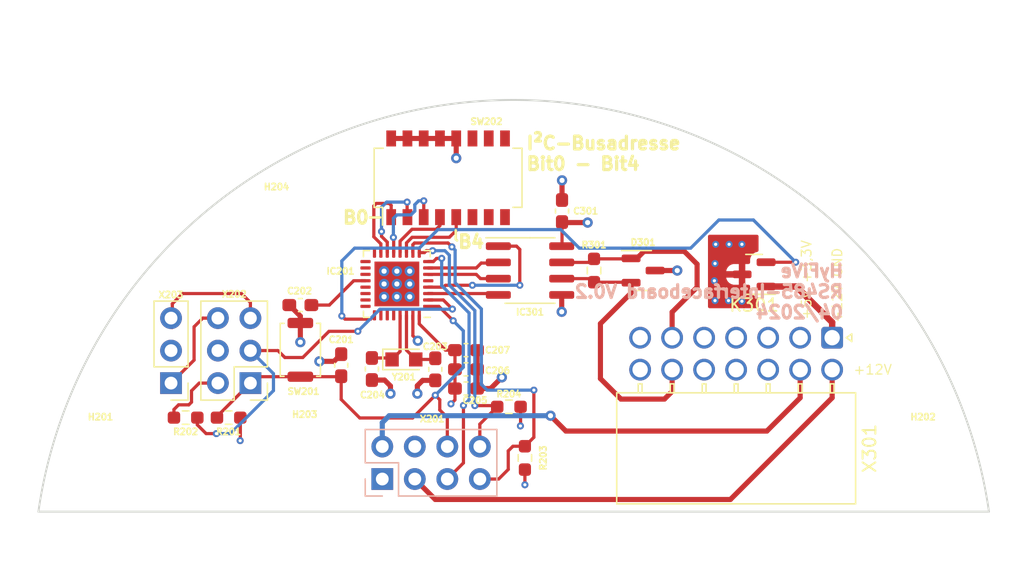
<source format=kicad_pcb>
(kicad_pcb (version 20211014) (generator pcbnew)
  (layers (0 "F.Cu" signal) (1 "In1.Cu" power "In1.GND") (2 "In2.Cu" power "In2.PWR") (31 "B.Cu" signal) (34 "B.Paste" user) (35 "F.Paste" user) (36 "B.SilkS" user "B.Silkscreen") (37 "F.SilkS" user "F.Silkscreen") (38 "B.Mask" user) (39 "F.Mask" user) (44 "Edge.Cuts" user))
  (net 0 "")
  (net 1 "/MCU/~{RST}{slash}SBWTDIO")
  (net 2 "GND")
  (net 3 "+3V3")
  (net 4 "/MCU/XIN")
  (net 5 "/MCU/XOUT")
  (net 6 "+5V")
  (net 7 "+12V")
  (net 8 "/MCU/GPIO_Reserve_B2B")
  (net 9 "/MCU/UCB0_SCL")
  (net 10 "/MCU/UCB0_SDA")
  (net 11 "/MCU/TEST_SBWTCK")
  (net 12 "/MCU/UCA0_TXD{slash}TCK")
  (net 13 "/MCU/UCA0_RXD{slash}TMS")
  (net 14 "/MCU/TDI")
  (net 15 "/MCU/UCA1_SPI_STE")
  (net 16 "/MCU/UCA1_SPI_CLK")
  (net 17 "/MCU/UCA1_SPI_MISO")
  (net 18 "/MCU/UCA1_SPI_MOSI")
  (net 19 "/MCU/UCB1_SDA")
  (net 20 "/MCU/UCB1_SCL")
  (net 21 "/MCU/ADDR_B4")
  (net 22 "/MCU/ADDR_B3")
  (net 23 "/MCU/ADDR_B2")
  (net 24 "/MCU/ADDR_B1")
  (net 25 "/MCU/ADDR_B0")
  (net 26 "Net-(C202-Pad1)")
  (net 27 "Net-(D301-Pad2)")
  (net 28 "Net-(D301-Pad1)")
  (net 29 "/MCU/Interface_~{RE}")
  (net 30 "/MCU/Interface_DE")
  (net 35 "Net-(R202-Pad1)")
  (net 42 "Net-(X202-Pad5)")
  (net 43 "Net-(X202-Pad6)")
  (net 49 "/MCU/Sensor_Lowside_Switch")
  (net 54 "Net-(X301-Pad1)")
  (footprint "Package_SO:SOIC-8_3.9x4.9mm_P1.27mm" (layer "F.Cu") (at 138.4 45.85)
    (fp_text reference "IC301" (at 0 3.25) (layer "F.SilkS") (effects (font (size 0.5 0.5))))
    (fp_text value "ADM3061")
    (pad "1" smd roundrect (at -2.475 -1.905) (size 1.95 0.6) (layers "F.Cu" "F.Paste" "F.Mask") (net 13 "/MCU/UCA0_RXD{slash}TMS"))
    (pad "2" smd roundrect (at -2.475 -0.635) (size 1.95 0.6) (layers "F.Cu" "F.Paste" "F.Mask") (net 29 "/MCU/Interface_~{RE}"))
    (pad "3" smd roundrect (at -2.475 0.635) (size 1.95 0.6) (layers "F.Cu" "F.Paste" "F.Mask") (net 30 "/MCU/Interface_DE"))
    (pad "4" smd roundrect (at -2.475 1.905) (size 1.95 0.6) (layers "F.Cu" "F.Paste" "F.Mask") (net 12 "/MCU/UCA0_TXD{slash}TCK"))
    (pad "5" smd roundrect (at 2.475 1.905) (size 1.95 0.6) (layers "F.Cu" "F.Paste" "F.Mask") (net 2 "GND"))
    (pad "6" smd roundrect (at 2.475 0.635) (size 1.95 0.6) (layers "F.Cu" "F.Paste" "F.Mask") (net 27 "Net-(D301-Pad2)"))
    (pad "7" smd roundrect (at 2.475 -0.635) (size 1.95 0.6) (layers "F.Cu" "F.Paste" "F.Mask") (net 28 "Net-(D301-Pad1)"))
    (pad "8" smd roundrect (at 2.475 -1.905) (size 1.95 0.6) (layers "F.Cu" "F.Paste" "F.Mask") (net 3 "+3V3"))
  )
  (footprint "Capacitor_SMD:C_0603_1608Metric_Pad1.08x0.95mm_HandSolder" (layer "F.Cu") (at 131 53.575 -90)
    (fp_text reference "C203" (at -1.775 0 180) (layer "F.SilkS") (effects (font (size 0.5 0.5))))
    (fp_text value "20pF")
    (pad "1" smd roundrect (at -0.8625 0 270) (size 1.075 0.95) (layers "F.Cu" "F.Paste" "F.Mask") (net 4 "/MCU/XIN"))
    (pad "2" smd roundrect (at 0.8625 0 270) (size 1.075 0.95) (layers "F.Cu" "F.Paste" "F.Mask") (net 2 "GND"))
  )
  (footprint "Capacitor_SMD:C_0603_1608Metric_Pad1.08x0.95mm_HandSolder" (layer "F.Cu") (at 140.9 41.2 90)
    (fp_text reference "C301" (at 0 1.85 180) (layer "F.SilkS") (effects (font (size 0.5 0.5))))
    (fp_text value "100nF")
    (pad "1" smd roundrect (at -0.8625 0 90) (size 1.075 0.95) (layers "F.Cu" "F.Paste" "F.Mask") (net 3 "+3V3"))
    (pad "2" smd roundrect (at 0.8625 0 90) (size 1.075 0.95) (layers "F.Cu" "F.Paste" "F.Mask") (net 2 "GND"))
  )
  (footprint "MountingHole:MountingHole_2.7mm_M2.5" (layer "F.Cu") (at 118.6 43.01)
    (fp_text reference "H204" (at 0 -3.7) (layer "F.SilkS") (effects (font (size 0.5 0.5))))
    (fp_text value "MountingHole")
    (pad "" np_thru_hole circle (at 0 0) (size 2.7 2.7) (drill 2.7) (layers *.Cu *.Mask))
  )
  (footprint "Capacitor_SMD:C_0603_1608Metric_Pad1.08x0.95mm_HandSolder" (layer "F.Cu") (at 133.4 52.075)
    (fp_text reference "C207" (at 2.4625 0) (layer "F.SilkS") (effects (font (size 0.5 0.5))))
    (fp_text value "4,7µF")
    (pad "1" smd roundrect (at -0.8625 0) (size 1.075 0.95) (layers "F.Cu" "F.Paste" "F.Mask") (net 3 "+3V3"))
    (pad "2" smd roundrect (at 0.8625 0) (size 1.075 0.95) (layers "F.Cu" "F.Paste" "F.Mask") (net 2 "GND"))
  )
  (footprint "Resistor_SMD:R_0603_1608Metric_Pad0.98x0.95mm_HandSolder" (layer "F.Cu") (at 136.75 56.5)
    (fp_text reference "R204" (at 0 -1) (layer "F.SilkS") (effects (font (size 0.5 0.5))))
    (fp_text value "10k NB")
    (pad "1" smd roundrect (at -0.9125 0) (size 0.975 0.95) (layers "F.Cu" "F.Paste" "F.Mask") (net 10 "/MCU/UCB0_SDA"))
    (pad "2" smd roundrect (at 0.9125 0) (size 0.975 0.95) (layers "F.Cu" "F.Paste" "F.Mask") (net 3 "+3V3"))
  )
  (footprint "Capacitor_SMD:C_0603_1608Metric_Pad1.08x0.95mm_HandSolder" (layer "F.Cu") (at 120.46 48.55 180)
    (fp_text reference "C202" (at 0.06 1.1) (layer "F.SilkS") (effects (font (size 0.5 0.5))))
    (fp_text value "1µF, <200m ESR")
    (pad "1" smd roundrect (at -0.8625 0 180) (size 1.075 0.95) (layers "F.Cu" "F.Paste" "F.Mask") (net 26 "Net-(C202-Pad1)"))
    (pad "2" smd roundrect (at 0.8625 0 180) (size 1.075 0.95) (layers "F.Cu" "F.Paste" "F.Mask") (net 2 "GND"))
  )
  (footprint "MountingHole:MountingHole_2.7mm_M2.5" (layer "F.Cu") (at 120.86 60.8)
    (fp_text reference "H203" (at -0.06 -3.7) (layer "F.SilkS") (effects (font (size 0.5 0.5))))
    (fp_text value "MountingHole")
    (pad "" np_thru_hole circle (at 0 0) (size 2.7 2.7) (drill 2.7) (layers *.Cu *.Mask))
  )
  (footprint "MountingHole:MountingHole_2.7mm_M2.5" (layer "F.Cu") (at 104.85 61)
    (fp_text reference "H201" (at 0 -3.7) (layer "F.SilkS") (effects (font (size 0.5 0.5))))
    (fp_text value "MountingHole")
    (pad "" np_thru_hole circle (at 0 0) (size 2.7 2.7) (drill 2.7) (layers *.Cu *.Mask))
  )
  (footprint "Resistor_SMD:R_0603_1608Metric_Pad0.98x0.95mm_HandSolder" (layer "F.Cu") (at 143.4 45.85 90)
    (fp_text reference "R301" (at 2 0 180) (layer "F.SilkS") (effects (font (size 0.5 0.5))))
    (fp_text value "120")
    (pad "1" smd roundrect (at -0.9125 0 90) (size 0.975 0.95) (layers "F.Cu" "F.Paste" "F.Mask") (net 27 "Net-(D301-Pad2)"))
    (pad "2" smd roundrect (at 0.9125 0 90) (size 0.975 0.95) (layers "F.Cu" "F.Paste" "F.Mask") (net 28 "Net-(D301-Pad1)"))
  )
  (footprint "MountingHole:MountingHole_2.7mm_M2.5" (layer "F.Cu") (at 169.1 61)
    (fp_text reference "H202" (at 0 -3.7) (layer "F.SilkS") (effects (font (size 0.5 0.5))))
    (fp_text value "MountingHole")
    (pad "" np_thru_hole circle (at 0 0) (size 2.7 2.7) (drill 2.7) (layers *.Cu *.Mask))
  )
  (footprint "Resistor_SMD:R_0603_1608Metric_Pad0.98x0.95mm_HandSolder" (layer "F.Cu") (at 138 60.5 -90)
    (fp_text reference "R203" (at 0 -1.43 90) (layer "F.SilkS") (effects (font (size 0.5 0.5))))
    (fp_text value "10k NB")
    (pad "1" smd roundrect (at -0.9125 0 270) (size 0.975 0.95) (layers "F.Cu" "F.Paste" "F.Mask") (net 9 "/MCU/UCB0_SCL"))
    (pad "2" smd roundrect (at 0.9125 0 270) (size 0.975 0.95) (layers "F.Cu" "F.Paste" "F.Mask") (net 3 "+3V3"))
  )
  (footprint "Capacitor_SMD:C_0603_1608Metric_Pad1.08x0.95mm_HandSolder" (layer "F.Cu") (at 133.4 55.075)
    (fp_text reference "C205" (at 0.7 0.925 180) (layer "F.SilkS") (effects (font (size 0.5 0.5))))
    (fp_text value "100nF")
    (pad "1" smd roundrect (at -0.8625 0) (size 1.075 0.95) (layers "F.Cu" "F.Paste" "F.Mask") (net 3 "+3V3"))
    (pad "2" smd roundrect (at 0.8625 0) (size 1.075 0.95) (layers "F.Cu" "F.Paste" "F.Mask") (net 2 "GND"))
  )
  (footprint "Button_Switch_SMD:SW_DIP_SPSTx08_Slide_Omron_A6H-8101_W6.15mm_P1.27mm" (layer "F.Cu") (at 132 38.6 90)
    (fp_text reference "SW202" (at 4.4 3 180) (layer "F.SilkS") (effects (font (size 0.5 0.5) (thickness 0.125))))
    (fp_text value "SW_DIP_x08")
    (pad "1" smd rect (at -3.075 -4.445 90) (size 1.25 0.76) (layers "F.Cu" "F.Paste" "F.Mask") (net 25 "/MCU/ADDR_B0"))
    (pad "2" smd rect (at -3.075 -3.175 90) (size 1.25 0.76) (layers "F.Cu" "F.Paste" "F.Mask") (net 24 "/MCU/ADDR_B1"))
    (pad "3" smd rect (at -3.075 -1.905 90) (size 1.25 0.76) (layers "F.Cu" "F.Paste" "F.Mask") (net 23 "/MCU/ADDR_B2"))
    (pad "4" smd rect (at -3.075 -0.635 90) (size 1.25 0.76) (layers "F.Cu" "F.Paste" "F.Mask") (net 22 "/MCU/ADDR_B3"))
    (pad "5" smd rect (at -3.075 0.635 90) (size 1.25 0.76) (layers "F.Cu" "F.Paste" "F.Mask") (net 21 "/MCU/ADDR_B4"))
    (pad "6" smd rect (at -3.075 1.905 90) (size 1.25 0.76) (layers "F.Cu" "F.Paste" "F.Mask"))
    (pad "7" smd rect (at -3.075 3.175 90) (size 1.25 0.76) (layers "F.Cu" "F.Paste" "F.Mask"))
    (pad "8" smd rect (at -3.075 4.445 90) (size 1.25 0.76) (layers "F.Cu" "F.Paste" "F.Mask"))
    (pad "9" smd rect (at 3.075 4.445 90) (size 1.25 0.76) (layers "F.Cu" "F.Paste" "F.Mask"))
    (pad "10" smd rect (at 3.075 3.175 90) (size 1.25 0.76) (layers "F.Cu" "F.Paste" "F.Mask"))
    (pad "11" smd rect (at 3.075 1.905 90) (size 1.25 0.76) (layers "F.Cu" "F.Paste" "F.Mask"))
    (pad "12" smd rect (at 3.075 0.635 90) (size 1.25 0.76) (layers "F.Cu" "F.Paste" "F.Mask") (net 2 "GND"))
    (pad "13" smd rect (at 3.075 -0.635 90) (size 1.25 0.76) (layers "F.Cu" "F.Paste" "F.Mask") (net 2 "GND"))
    (pad "14" smd rect (at 3.075 -1.905 90) (size 1.25 0.76) (layers "F.Cu" "F.Paste" "F.Mask") (net 2 "GND"))
    (pad "15" smd rect (at 3.075 -3.175 90) (size 1.25 0.76) (layers "F.Cu" "F.Paste" "F.Mask") (net 2 "GND"))
    (pad "16" smd rect (at 3.075 -4.445 90) (size 1.25 0.76) (layers "F.Cu" "F.Paste" "F.Mask") (net 2 "GND"))
  )
  (footprint "Crystal:Crystal_SMD_TXC_9HT11-2Pin_2.0x1.2mm_HandSoldering" (layer "F.Cu") (at 128.55 52.8)
    (fp_text reference "Y201" (at 0 1.375) (layer "F.SilkS") (effects (font (size 0.5 0.5) (thickness 0.125))))
    (fp_text value "9HT11-32.768KDZF-T ")
    (pad "1" smd rect (at -0.925 0) (size 1.05 1.1) (layers "F.Cu" "F.Paste" "F.Mask") (net 5 "/MCU/XOUT"))
    (pad "2" smd rect (at 0.925 0) (size 1.05 1.1) (layers "F.Cu" "F.Paste" "F.Mask") (net 4 "/MCU/XIN"))
  )
  (footprint "Resistor_SMD:R_0603_1608Metric_Pad0.98x0.95mm_HandSolder" (layer "F.Cu") (at 114.86 57.35 180)
    (fp_text reference locked "R201" (at 0 -1.1 180) (layer "F.SilkS") (effects (font (size 0.5 0.5) (thickness 0.125))))
    (fp_text value "47k")
    (pad "1" smd roundrect (at -0.9125 0 180) (size 0.975 0.95) (layers "F.Cu" "F.Paste" "F.Mask") (net 3 "+3V3"))
    (pad "2" smd roundrect (at 0.9125 0 180) (size 0.975 0.95) (layers "F.Cu" "F.Paste" "F.Mask") (net 1 "/MCU/~{RST}{slash}SBWTDIO"))
  )
  (footprint "Connector_PinHeader_2.54mm:PinHeader_1x03_P2.54mm_Vertical" (layer "F.Cu") (at 110.36 54.65 180)
    (fp_text reference "X203" (at 0.01 6.9) (layer "F.SilkS") (effects (font (size 0.5 0.5) (thickness 0.125))))
    (fp_text value "Conn_01x03")
    (pad "1" thru_hole rect (at 0 0 180) (size 1.7 1.7) (drill 1) (layers *.Cu *.Mask) (net 43 "Net-(X202-Pad6)"))
    (pad "2" thru_hole oval (at 0 2.54 180) (size 1.7 1.7) (drill 1) (layers *.Cu *.Mask) (net 3 "+3V3"))
    (pad "3" thru_hole oval (at 0 5.08 180) (size 1.7 1.7) (drill 1) (layers *.Cu *.Mask) (net 42 "Net-(X202-Pad5)"))
  )
  (footprint "Connector_Molex:Molex_Nano-Fit_105314-xx14_2x07_P2.50mm_Horizontal" (layer "F.Cu") (at 162 51.1 -90)
    (fp_text reference "X301" (at 8.65 -2.92 90) (layer "F.SilkS"))
    (fp_text value "Conn_02x07_Top_Bottom")
    (pad "" np_thru_hole circle (at 9.68 0 270) (size 1.7 1.7) (drill 1.7) (layers *.Cu *.Mask))
    (pad "" np_thru_hole circle (at 9.68 15 270) (size 1.7 1.7) (drill 1.7) (layers *.Cu *.Mask))
    (pad "1" thru_hole roundrect (at 0 0 270) (size 1.7 1.7) (drill 1.2) (layers *.Cu *.Mask) (roundrect_rratio 0.147059) (net 54 "Net-(X301-Pad1)"))
    (pad "2" thru_hole circle (at 0 2.5 270) (size 1.7 1.7) (drill 1.2) (layers *.Cu *.Mask) (net 3 "+3V3"))
    (pad "3" thru_hole circle (at 0 5 270) (size 1.7 1.7) (drill 1.2) (layers *.Cu *.Mask))
    (pad "4" thru_hole circle (at 0 7.5 270) (size 1.7 1.7) (drill 1.2) (layers *.Cu *.Mask))
    (pad "5" thru_hole circle (at 0 10 270) (size 1.7 1.7) (drill 1.2) (layers *.Cu *.Mask))
    (pad "6" thru_hole circle (at 0 12.5 270) (size 1.7 1.7) (drill 1.2) (layers *.Cu *.Mask) (net 28 "Net-(D301-Pad1)"))
    (pad "7" thru_hole circle (at 0 15 270) (size 1.7 1.7) (drill 1.2) (layers *.Cu *.Mask))
    (pad "8" thru_hole circle (at 2.5 0 270) (size 1.7 1.7) (drill 1.2) (layers *.Cu *.Mask) (net 7 "+12V"))
    (pad "9" thru_hole circle (at 2.5 2.5 270) (size 1.7 1.7) (drill 1.2) (layers *.Cu *.Mask) (net 6 "+5V"))
    (pad "10" thru_hole circle (at 2.5 5 270) (size 1.7 1.7) (drill 1.2) (layers *.Cu *.Mask))
    (pad "11" thru_hole circle (at 2.5 7.5 270) (size 1.7 1.7) (drill 1.2) (layers *.Cu *.Mask))
    (pad "12" thru_hole circle (at 2.5 10 270) (size 1.7 1.7) (drill 1.2) (layers *.Cu *.Mask))
    (pad "13" thru_hole circle (at 2.5 12.5 270) (size 1.7 1.7) (drill 1.2) (layers *.Cu *.Mask) (net 27 "Net-(D301-Pad2)"))
    (pad "14" thru_hole circle (at 2.5 15 270) (size 1.7 1.7) (drill 1.2) (layers *.Cu *.Mask))
  )
  (footprint "Package_DFN_QFN:VQFN-32-1EP_5x5mm_P0.5mm_EP3.5x3.5mm" (layer "F.Cu") (at 128 46.9 180)
    (fp_text reference "IC201" (at 4.4 1) (layer "F.SilkS") (effects (font (size 0.5 0.5))))
    (fp_text value "MSP430FR2673")
    (pad "1" smd roundrect (at -2.45 -1.75 180) (size 0.8 0.25) (layers "F.Cu" "F.Paste" "F.Mask") (net 1 "/MCU/~{RST}{slash}SBWTDIO"))
    (pad "2" smd roundrect (at -2.45 -1.25 180) (size 0.8 0.25) (layers "F.Cu" "F.Paste" "F.Mask") (net 11 "/MCU/TEST_SBWTCK"))
    (pad "3" smd roundrect (at -2.45 -0.75 180) (size 0.8 0.25) (layers "F.Cu" "F.Paste" "F.Mask") (net 12 "/MCU/UCA0_TXD{slash}TCK"))
    (pad "4" smd roundrect (at -2.45 -0.25 180) (size 0.8 0.25) (layers "F.Cu" "F.Paste" "F.Mask") (net 13 "/MCU/UCA0_RXD{slash}TMS"))
    (pad "5" smd roundrect (at -2.45 0.25 180) (size 0.8 0.25) (layers "F.Cu" "F.Paste" "F.Mask") (net 14 "/MCU/TDI"))
    (pad "6" smd roundrect (at -2.45 0.75 180) (size 0.8 0.25) (layers "F.Cu" "F.Paste" "F.Mask") (net 30 "/MCU/Interface_DE"))
    (pad "7" smd roundrect (at -2.45 1.25 180) (size 0.8 0.25) (layers "F.Cu" "F.Paste" "F.Mask") (net 29 "/MCU/Interface_~{RE}"))
    (pad "8" smd roundrect (at -2.45 1.75 180) (size 0.8 0.25) (layers "F.Cu" "F.Paste" "F.Mask") (net 8 "/MCU/GPIO_Reserve_B2B"))
    (pad "9" smd roundrect (at -1.75 2.45 180) (size 0.25 0.8) (layers "F.Cu" "F.Paste" "F.Mask") (net 10 "/MCU/UCB0_SDA"))
    (pad "10" smd roundrect (at -1.25 2.45 180) (size 0.25 0.8) (layers "F.Cu" "F.Paste" "F.Mask") (net 9 "/MCU/UCB0_SCL"))
    (pad "11" smd roundrect (at -0.75 2.45 180) (size 0.25 0.8) (layers "F.Cu" "F.Paste" "F.Mask") (net 21 "/MCU/ADDR_B4"))
    (pad "12" smd roundrect (at -0.25 2.45 180) (size 0.25 0.8) (layers "F.Cu" "F.Paste" "F.Mask") (net 22 "/MCU/ADDR_B3"))
    (pad "13" smd roundrect (at 0.25 2.45 180) (size 0.25 0.8) (layers "F.Cu" "F.Paste" "F.Mask") (net 23 "/MCU/ADDR_B2"))
    (pad "14" smd roundrect (at 0.75 2.45 180) (size 0.25 0.8) (layers "F.Cu" "F.Paste" "F.Mask") (net 24 "/MCU/ADDR_B1"))
    (pad "15" smd roundrect (at 1.25 2.45 180) (size 0.25 0.8) (layers "F.Cu" "F.Paste" "F.Mask") (net 25 "/MCU/ADDR_B0"))
    (pad "16" smd roundrect (at 1.75 2.45 180) (size 0.25 0.8) (layers "F.Cu" "F.Paste" "F.Mask") (net 15 "/MCU/UCA1_SPI_STE"))
    (pad "17" smd roundrect (at 2.45 1.75 180) (size 0.8 0.25) (layers "F.Cu" "F.Paste" "F.Mask") (net 16 "/MCU/UCA1_SPI_CLK"))
    (pad "18" smd roundrect (at 2.45 1.25 180) (size 0.8 0.25) (layers "F.Cu" "F.Paste" "F.Mask") (net 17 "/MCU/UCA1_SPI_MISO"))
    (pad "19" smd roundrect (at 2.45 0.75 180) (size 0.8 0.25) (layers "F.Cu" "F.Paste" "F.Mask") (net 18 "/MCU/UCA1_SPI_MOSI"))
    (pad "20" smd roundrect (at 2.45 0.25 180) (size 0.8 0.25) (layers "F.Cu" "F.Paste" "F.Mask") (net 26 "Net-(C202-Pad1)"))
    (pad "21" smd roundrect (at 2.45 -0.25 180) (size 0.8 0.25) (layers "F.Cu" "F.Paste" "F.Mask"))
    (pad "22" smd roundrect (at 2.45 -0.75 180) (size 0.8 0.25) (layers "F.Cu" "F.Paste" "F.Mask"))
    (pad "23" smd roundrect (at 2.45 -1.25 180) (size 0.8 0.25) (layers "F.Cu" "F.Paste" "F.Mask"))
    (pad "24" smd roundrect (at 2.45 -1.75 180) (size 0.8 0.25) (layers "F.Cu" "F.Paste" "F.Mask"))
    (pad "25" smd roundrect (at 1.75 -2.45 180) (size 0.25 0.8) (layers "F.Cu" "F.Paste" "F.Mask") (net 49 "/MCU/Sensor_Lowside_Switch"))
    (pad "26" smd roundrect (at 1.25 -2.45 180) (size 0.25 0.8) (layers "F.Cu" "F.Paste" "F.Mask"))
    (pad "27" smd roundrect (at 0.75 -2.45 180) (size 0.25 0.8) (layers "F.Cu" "F.Paste" "F.Mask") (net 19 "/MCU/UCB1_SDA"))
    (pad "28" smd roundrect (at 0.25 -2.45 180) (size 0.25 0.8) (layers "F.Cu" "F.Paste" "F.Mask") (net 20 "/MCU/UCB1_SCL"))
    (pad "29" smd roundrect (at -0.25 -2.45 180) (size 0.25 0.8) (layers "F.Cu" "F.Paste" "F.Mask") (net 5 "/MCU/XOUT"))
    (pad "30" smd roundrect (at -0.75 -2.45 180) (size 0.25 0.8) (layers "F.Cu" "F.Paste" "F.Mask") (net 4 "/MCU/XIN"))
    (pad "31" smd roundrect (at -1.25 -2.45 180) (size 0.25 0.8) (layers "F.Cu" "F.Paste" "F.Mask") (net 2 "GND"))
    (pad "32" smd roundrect (at -1.75 -2.45 180) (size 0.25 0.8) (layers "F.Cu" "F.Paste" "F.Mask") (net 3 "+3V3"))
    (pad "33" smd rect (at 0 0 180) (size 3.5 3.5) (layers "F.Cu" "F.Mask") (net 2 "GND"))
  )
  (footprint "Connector_PinHeader_2.54mm:PinHeader_2x03_P2.54mm_Vertical" (layer "F.Cu") (at 116.56 54.65 180)
    (fp_text reference "X202" (at 1.26 6.95 180) (layer "F.SilkS") (effects (font (size 0.5 0.5) (thickness 0.125))))
    (fp_text value "Conn_02x03_Counter_Clockwise")
    (pad "1" thru_hole rect (at 0 0 180) (size 1.7 1.7) (drill 1) (layers *.Cu *.Mask) (net 1 "/MCU/~{RST}{slash}SBWTDIO"))
    (pad "2" thru_hole oval (at 2.54 0 180) (size 1.7 1.7) (drill 1) (layers *.Cu *.Mask) (net 35 "Net-(R202-Pad1)"))
    (pad "3" thru_hole oval (at 0 2.54 180) (size 1.7 1.7) (drill 1) (layers *.Cu *.Mask) (net 11 "/MCU/TEST_SBWTCK"))
    (pad "4" thru_hole oval (at 2.54 2.54 180) (size 1.7 1.7) (drill 1) (layers *.Cu *.Mask) (net 2 "GND"))
    (pad "5" thru_hole oval (at 0 5.08 180) (size 1.7 1.7) (drill 1) (layers *.Cu *.Mask) (net 42 "Net-(X202-Pad5)"))
    (pad "6" thru_hole oval (at 2.54 5.08 180) (size 1.7 1.7) (drill 1) (layers *.Cu *.Mask) (net 43 "Net-(X202-Pad6)"))
  )
  (footprint "Package_TO_SOT_SMD:SOT-23" (layer "F.Cu") (at 147.23125 45.85)
    (fp_text reference "D301" (at 0 -2.2 180) (layer "F.SilkS") (effects (font (size 0.5 0.5))))
    (fp_text value "824022")
    (pad "1" smd roundrect (at -0.9375 -0.95) (size 1.475 0.6) (layers "F.Cu" "F.Paste" "F.Mask") (net 28 "Net-(D301-Pad1)"))
    (pad "2" smd roundrect (at -0.9375 0.95) (size 1.475 0.6) (layers "F.Cu" "F.Paste" "F.Mask") (net 27 "Net-(D301-Pad2)"))
    (pad "3" smd roundrect (at 0.9375 0) (size 1.475 0.6) (layers "F.Cu" "F.Paste" "F.Mask") (net 2 "GND"))
  )
  (footprint "Capacitor_SMD:C_0603_1608Metric_Pad1.08x0.95mm_HandSolder" (layer "F.Cu") (at 126.05 53.55 -90)
    (fp_text reference "C204" (at 2.025 -0.05 180) (layer "F.SilkS") (effects (font (size 0.5 0.5))))
    (fp_text value "20pF")
    (pad "1" smd roundrect (at -0.8625 0 270) (size 1.075 0.95) (layers "F.Cu" "F.Paste" "F.Mask") (net 5 "/MCU/XOUT"))
    (pad "2" smd roundrect (at 0.8625 0 270) (size 1.075 0.95) (layers "F.Cu" "F.Paste" "F.Mask") (net 2 "GND"))
  )
  (footprint "Button_Switch_SMD:SW_Push_SPST_NO_Alps_SKRK" (layer "F.Cu") (at 120.46 52.05 -90)
    (fp_text reference "SW201" (at 3.25 -0.25) (layer "F.SilkS") (effects (font (size 0.5 0.5))))
    (fp_text value "SKRKAEE020")
    (pad "1" smd roundrect (at -2.1 0 270) (size 0.8 2) (layers "F.Cu" "F.Paste" "F.Mask") (net 2 "GND"))
    (pad "2" smd roundrect (at 2.1 0 270) (size 0.8 2) (layers "F.Cu" "F.Paste" "F.Mask") (net 1 "/MCU/~{RST}{slash}SBWTDIO"))
  )
  (footprint "Package_TO_SOT_SMD:SOT-23" (layer "F.Cu") (at 155.9 46.15 180)
    (fp_text reference "K301" (at 0 -2.4) (layer "F.SilkS"))
    (fp_text value "SSM3K127TU")
    (pad "1" smd roundrect (at -0.9375 -0.95 180) (size 1.475 0.6) (layers "F.Cu" "F.Paste" "F.Mask") (net 54 "Net-(X301-Pad1)"))
    (pad "2" smd roundrect (at -0.9375 0.95 180) (size 1.475 0.6) (layers "F.Cu" "F.Paste" "F.Mask") (net 49 "/MCU/Sensor_Lowside_Switch"))
    (pad "3" smd roundrect (at 0.9375 0 180) (size 1.475 0.6) (layers "F.Cu" "F.Paste" "F.Mask") (net 2 "GND"))
  )
  (footprint "Capacitor_SMD:C_0603_1608Metric_Pad1.08x0.95mm_HandSolder" (layer "F.Cu") (at 133.4 53.575)
    (fp_text reference "C206" (at 2.4625 0.1) (layer "F.SilkS") (effects (font (size 0.5 0.5))))
    (fp_text value "1µF")
    (pad "1" smd roundrect (at -0.8625 0) (size 1.075 0.95) (layers "F.Cu" "F.Paste" "F.Mask") (net 3 "+3V3"))
    (pad "2" smd roundrect (at 0.8625 0) (size 1.075 0.95) (layers "F.Cu" "F.Paste" "F.Mask") (net 2 "GND"))
  )
  (footprint "Resistor_SMD:R_0603_1608Metric_Pad0.98x0.95mm_HandSolder" (layer "F.Cu") (at 111.5 57.35)
    (fp_text reference "R202" (at 0 1.1 180) (layer "F.SilkS") (effects (font (size 0.5 0.5))))
    (fp_text value "330")
    (pad "1" smd roundrect (at -0.9125 0) (size 0.975 0.95) (layers "F.Cu" "F.Paste" "F.Mask") (net 35 "Net-(R202-Pad1)"))
    (pad "2" smd roundrect (at 0.9125 0) (size 0.975 0.95) (layers "F.Cu" "F.Paste" "F.Mask") (net 11 "/MCU/TEST_SBWTCK"))
  )
  (footprint "Capacitor_SMD:C_0603_1608Metric_Pad1.08x0.95mm_HandSolder" (layer "F.Cu") (at 123.65 53.25 90)
    (fp_text reference "C201" (at 2 0 180) (layer "F.SilkS") (effects (font (size 0.5 0.5))))
    (fp_text value "1nF")
    (pad "1" smd roundrect (at -0.8625 0 90) (size 1.075 0.95) (layers "F.Cu" "F.Paste" "F.Mask") (net 1 "/MCU/~{RST}{slash}SBWTDIO"))
    (pad "2" smd roundrect (at 0.8625 0 90) (size 1.075 0.95) (layers "F.Cu" "F.Paste" "F.Mask") (net 2 "GND"))
  )
  (footprint "Connector_PinSocket_2.54mm:PinSocket_2x04_P2.54mm_Vertical" (layer "B.Cu") (at 126.86 62.15 -90)
    (fp_text reference "X201" (at -4.7 -3.9) (layer "F.SilkS") (effects (font (size 0.5 0.5))))
    (fp_text value "ESQ-104-14-G-D")
    (pad "1" thru_hole rect locked (at 0 0 270) (size 1.7 1.7) (drill 1) (layers *.Cu *.Mask) (net 3 "+3V3"))
    (pad "2" thru_hole oval locked (at -2.54 0 270) (size 1.7 1.7) (drill 1) (layers *.Cu *.Mask) (net 6 "+5V"))
    (pad "3" thru_hole oval locked (at 0 -2.54 270) (size 1.7 1.7) (drill 1) (layers *.Cu *.Mask) (net 7 "+12V"))
    (pad "4" thru_hole oval locked (at -2.54 -2.54 270) (size 1.7 1.7) (drill 1) (layers *.Cu *.Mask) (net 2 "GND"))
    (pad "5" thru_hole oval locked (at 0 -5.08 270) (size 1.7 1.7) (drill 1) (layers *.Cu *.Mask) (net 8 "/MCU/GPIO_Reserve_B2B"))
    (pad "6" thru_hole oval locked (at -2.54 -5.08 270) (size 1.7 1.7) (drill 1) (layers *.Cu *.Mask) (net 1 "/MCU/~{RST}{slash}SBWTDIO"))
    (pad "7" thru_hole oval locked (at 0 -7.62 270) (size 1.7 1.7) (drill 1) (layers *.Cu *.Mask) (net 9 "/MCU/UCB0_SCL"))
    (pad "8" thru_hole oval locked (at -2.54 -7.62 270) (size 1.7 1.7) (drill 1) (layers *.Cu *.Mask) (net 10 "/MCU/UCB0_SDA"))
  )
  (gr_line (start 132.6 43.4) (end 132.6 42.7) (layer "F.SilkS") (width 0.2))
  (gr_line (start 125.9 41.7) (end 126.7 41.7) (layer "F.SilkS") (width 0.2))
  (gr_line (start 132.7 43.5) (end 132.6 43.4) (layer "F.SilkS") (width 0.2))
  (gr_arc (start 100 64.7) (mid 137.123578 32.514184) (end 174.247155 64.7) (layer "Edge.Cuts") (width 0.15))
  (gr_line (start 100 64.7) (end 174.247155 64.7) (layer "Edge.Cuts") (width 0.15))
  (gr_text "HyFiVe\nRS485-Interfaceboard V0.2\n04/2024" (at 163 47.5) (layer "B.SilkS") (effects (font (size 1 1) (thickness 0.25)) (justify left mirror)))
  (gr_text "B0" (at 124.8 41.7) (layer "F.SilkS") (effects (font (size 1 1) (thickness 0.25))))
  (gr_text "B4\n" (at 133.8 43.6) (layer "F.SilkS") (effects (font (size 1 1) (thickness 0.25))))
  (gr_text "+12V GND" (at 162.4 50 90) (layer "F.SilkS") (effects (font (size 0.75 0.75) (thickness 0.1)) (justify left)))
  (gr_text "I²C-Busadresse\nBit0 - Bit4" (at 138 36.7) (layer "F.SilkS") (effects (font (size 1 1) (thickness 0.25)) (justify left)))
  (gr_text "+12V\n" (at 163.6 53.6) (layer "F.SilkS") (effects (font (size 0.75 0.75) (thickness 0.1)) (justify left)))
  (gr_text "+5V +3,3V\n" (at 160 49.75 90) (layer "F.SilkS") (effects (font (size 0.75 0.75) (thickness 0.1)) (justify left)))
  (segment (start 120.46 54.15) (end 117.06 54.15) (width 0.25) (layer "F.Cu") (net 1))
  (segment (start 123.6125 54.15) (end 123.65 54.1125) (width 0.25) (layer "F.Cu") (net 1))
  (segment (start 131.275 48.65) (end 130.45 48.65) (width 0.25) (layer "F.Cu") (net 1))
  (segment (start 131.35 56.75) (end 131.94 57.34) (width 0.25) (layer "F.Cu") (net 1))
  (segment (start 129.225 57.375) (end 125.1 57.375) (width 0.25) (layer "F.Cu") (net 1))
  (segment (start 132.4 49.775) (end 131.275 48.65) (width 0.25) (layer "F.Cu") (net 1))
  (segment (start 123.65 55.925) (end 123.65 54.1125) (width 0.25) (layer "F.Cu") (net 1))
  (segment (start 131 55.6) (end 131.35 55.95) (width 0.25) (layer "F.Cu") (net 1))
  (segment (start 131.94 57.34) (end 131.94 59.61) (width 0.25) (layer "F.Cu") (net 1))
  (segment (start 117.06 54.15) (end 116.56 54.65) (width 0.25) (layer "F.Cu") (net 1))
  (segment (start 113.9475 57.35) (end 113.9475 57.2625) (width 0.25) (layer "F.Cu") (net 1))
  (segment (start 131 55.6) (end 129.225 57.375) (width 0.25) (layer "F.Cu") (net 1))
  (segment (start 125.1 57.375) (end 123.65 55.925) (width 0.25) (layer "F.Cu") (net 1))
  (segment (start 120.46 54.15) (end 123.6125 54.15) (width 0.25) (layer "F.Cu") (net 1))
  (segment (start 131.35 55.95) (end 131.35 56.75) (width 0.25) (layer "F.Cu") (net 1))
  (segment (start 113.9475 57.2625) (end 116.56 54.65) (width 0.25) (layer "F.Cu") (net 1))
  (via (at 131 55.6) (size 0.55) (drill 0.25) (layers "F.Cu" "B.Cu") (net 1))
  (via (at 132.4 49.775) (size 0.55) (drill 0.25) (layers "F.Cu" "B.Cu") (net 1))
  (segment (start 133.189549 53.410451) (end 133.189549 50.564549) (width 0.25) (layer "B.Cu") (net 1))
  (segment (start 131 55.6) (end 133.189549 53.410451) (width 0.25) (layer "B.Cu") (net 1))
  (segment (start 133.189549 50.564549) (end 132.4 49.775) (width 0.25) (layer "B.Cu") (net 1))
  (segment (start 120.46 49.95) (end 120.46 49.4125) (width 0.4) (layer "F.Cu") (net 2))
  (segment (start 134.2625 52.075) (end 134.2625 53.575) (width 0.4) (layer "F.Cu") (net 2))
  (segment (start 140.875 47.755) (end 140.875 49.075) (width 0.4) (layer "F.Cu") (net 2))
  (segment (start 127.5 54.875) (end 127.5 55.475) (width 0.4) (layer "F.Cu") (net 2))
  (segment (start 128.825 35.525) (end 130.095 35.525) (width 0.4) (layer "F.Cu") (net 2))
  (segment (start 120.46 49.95) (end 120.46 51.45) (width 0.4) (layer "F.Cu") (net 2))
  (segment (start 121.95 52.95) (end 123.0875 52.95) (width 0.4) (layer "F.Cu") (net 2))
  (segment (start 135.325 55.075) (end 134.2625 55.075) (width 0.4) (layer "F.Cu") (net 2))
  (segment (start 132.635 35.525) (end 132.635 37.065) (width 0.4) (layer "F.Cu") (net 2))
  (segment (start 123.0875 52.95) (end 123.65 52.3875) (width 0.4) (layer "F.Cu") (net 2))
  (segment (start 136.2 54.2) (end 135.325 55.075) (width 0.4) (layer "F.Cu") (net 2))
  (segment (start 140.9 40.3375) (end 140.9 38.8) (width 0.4) (layer "F.Cu") (net 2))
  (segment (start 131 54.4375) (end 130.0125 54.4375) (width 0.4) (layer "F.Cu") (net 2))
  (segment (start 132.635 35.525) (end 131.365 35.525) (width 0.4) (layer "F.Cu") (net 2))
  (segment (start 148.16875 45.85) (end 149.9 45.85) (width 0.4) (layer "F.Cu") (net 2))
  (segment (start 134.2625 53.575) (end 134.2625 55.075) (width 0.4) (layer "F.Cu") (net 2))
  (segment (start 127.0375 54.4125) (end 127.5 54.875) (width 0.4) (layer "F.Cu") (net 2))
  (segment (start 130.0125 54.4375) (end 129.6 54.85) (width 0.4) (layer "F.Cu") (net 2))
  (segment (start 129.6 54.85) (end 129.6 55.475) (width 0.4) (layer "F.Cu") (net 2))
  (segment (start 126.05 54.4125) (end 127.0375 54.4125) (width 0.4) (layer "F.Cu") (net 2))
  (segment (start 120.46 49.4125) (end 119.5975 48.55) (width 0.4) (layer "F.Cu") (net 2))
  (segment (start 129.25 50.949598) (end 129.637701 51.337299) (width 0.25) (layer "F.Cu") (net 2))
  (segment (start 130.095 35.525) (end 131.365 35.525) (width 0.4) (layer "F.Cu") (net 2))
  (segment (start 129.25 49.35) (end 129.25 50.949598) (width 0.25) (layer "F.Cu") (net 2))
  (segment (start 127.555 35.525) (end 128.825 35.525) (width 0.4) (layer "F.Cu") (net 2))
  (via (at 140.9 38.8) (size 0.8) (drill 0.4) (layers "F.Cu" "B.Cu") (net 2))
  (via (at 140.875 49.075) (size 0.8) (drill 0.4) (layers "F.Cu" "B.Cu") (net 2))
  (via (at 129.637701 51.337299) (size 0.8) (drill 0.4) (layers "F.Cu" "B.Cu") (net 2))
  (via (at 132.635 37.065) (size 0.8) (drill 0.4) (layers "F.Cu" "B.Cu") (net 2))
  (via (at 129 45.9) (size 0.8) (drill 0.4) (layers "F.Cu" "B.Cu") (net 2))
  (via (at 136.2 54.2) (size 0.8) (drill 0.4) (layers "F.Cu" "B.Cu") (net 2))
  (via (at 153.9 48.2) (size 0.55) (drill 0.25) (layers "F.Cu" "B.Cu") (net 2))
  (via (at 152.85 45.3) (size 0.55) (drill 0.25) (layers "F.Cu" "B.Cu") (net 2))
  (via (at 152.9 43.8) (size 0.55) (drill 0.25) (layers "F.Cu" "B.Cu") (net 2))
  (via (at 127 46.9) (size 0.8) (drill 0.4) (layers "F.Cu" "B.Cu") (net 2))
  (via (at 121.95 52.95) (size 0.8) (drill 0.4) (layers "F.Cu" "B.Cu") (net 2))
  (via (at 153.95 43.8) (size 0.55) (drill 0.25) (layers "F.Cu" "B.Cu") (net 2))
  (via (at 128 45.9) (size 0.8) (drill 0.4) (layers "F.Cu" "B.Cu") (net 2))
  (via (at 129 47.9) (size 0.8) (drill 0.4) (layers "F.Cu" "B.Cu") (net 2))
  (via (at 120.46 51.45) (size 0.8) (drill 0.4) (layers "F.Cu" "B.Cu") (net 2))
  (via (at 152.8 46.65) (size 0.55) (drill 0.25) (layers "F.Cu" "B.Cu") (net 2))
  (via (at 127 45.9) (size 0.8) (drill 0.4) (layers "F.Cu" "B.Cu") (net 2))
  (via (at 154.95 43.8) (size 0.55) (drill 0.25) (layers "F.Cu" "B.Cu") (net 2))
  (via (at 128 47.9) (size 0.8) (drill 0.4) (layers "F.Cu" "B.Cu") (net 2))
  (via (at 128 46.9) (size 0.8) (drill 0.4) (layers "F.Cu" "B.Cu") (net 2))
  (via (at 154.95 48.25) (size 0.55) (drill 0.25) (layers "F.Cu" "B.Cu") (net 2))
  (via (at 152.85 48.2) (size 0.55) (drill 0.25) (layers "F.Cu" "B.Cu") (net 2))
  (via (at 129 46.9) (size 0.8) (drill 0.4) (layers "F.Cu" "B.Cu") (net 2))
  (via (at 149.9 45.85) (size 0.8) (drill 0.4) (layers "F.Cu" "B.Cu") (net 2))
  (via (at 127 47.9) (size 0.8) (drill 0.4) (layers "F.Cu" "B.Cu") (net 2))
  (via (at 129.6 55.475) (size 0.8) (drill 0.4) (layers "F.Cu" "B.Cu") (net 2))
  (via (at 127.5 55.475) (size 0.8) (drill 0.4) (layers "F.Cu" "B.Cu") (net 2))
  (segment (start 115.76 59.15) (end 115.7725 59.1375) (width 0.25) (layer "F.Cu") (net 3))
  (segment (start 115.7725 59.1375) (end 115.7725 57.35) (width 0.25) (layer "F.Cu") (net 3))
  (segment (start 137.65 58) (end 137.6625 57.9875) (width 0.25) (layer "F.Cu") (net 3))
  (segment (start 132.5375 55.9625) (end 132.5375 53.575) (width 0.25) (layer "F.Cu") (net 3))
  (segment (start 129.75 49.35) (end 129.75 50.025) (width 0.25) (layer "F.Cu") (net 3))
  (segment (start 138 62.6) (end 138 61.4125) (width 0.25) (layer "F.Cu") (net 3))
  (segment (start 132.5375 52.075) (end 132.5375 53.575) (width 0.25) (layer "F.Cu") (net 3))
  (segment (start 140.9 43.92) (end 140.875 43.945) (width 0.25) (layer "F.Cu") (net 3))
  (segment (start 140.9 42.0625) (end 140.9 43.92) (width 0.25) (layer "F.Cu") (net 3))
  (segment (start 137.6625 57.9875) (end 137.6625 56.5) (width 0.25) (layer "F.Cu") (net 3))
  (segment (start 129.75 50.025) (end 131.8 52.075) (width 0.25) (layer "F.Cu") (net 3))
  (segment (start 142.9 42.1) (end 140.9625 42.1) (width 0.4) (layer "F.Cu") (net 3))
  (segment (start 132.225 56.275) (end 132.5375 55.9625) (width 0.25) (layer "F.Cu") (net 3))
  (segment (start 131.8 52.075) (end 132.5375 52.075) (width 0.25) (layer "F.Cu") (net 3))
  (via (at 137.65 58) (size 0.55) (drill 0.25) (layers "F.Cu" "B.Cu") (net 3))
  (via (at 142.9 42.1) (size 0.8) (drill 0.4) (layers "F.Cu" "B.Cu") (net 3))
  (via (at 115.76 59.15) (size 0.55) (drill 0.25) (layers "F.Cu" "B.Cu") (net 3))
  (via (at 132.225 56.275) (size 0.55) (drill 0.25) (layers "F.Cu" "B.Cu") (net 3))
  (via (at 138 62.6) (size 0.55) (drill 0.25) (layers "F.Cu" "B.Cu") (net 3))
  (segment (start 128.75 52.075) (end 128.75 49.35) (width 0.25) (layer "F.Cu") (net 4))
  (segment (start 129.475 52.8) (end 130.9375 52.8) (width 0.25) (layer "F.Cu") (net 4))
  (segment (start 129.475 52.8) (end 128.75 52.075) (width 0.25) (layer "F.Cu") (net 4))
  (segment (start 130.9375 52.8) (end 131.05 52.6875) (width 0.25) (layer "F.Cu") (net 4))
  (segment (start 127.5125 52.6875) (end 127.625 52.8) (width 0.25) (layer "F.Cu") (net 5))
  (segment (start 126.05 52.6875) (end 127.5125 52.6875) (width 0.25) (layer "F.Cu") (net 5))
  (segment (start 128.25 49.35) (end 128.25 52.175) (width 0.25) (layer "F.Cu") (net 5))
  (segment (start 128.25 52.175) (end 127.625 52.8) (width 0.25) (layer "F.Cu") (net 5))
  (segment (start 159.5 55.8) (end 159.5 53.6) (width 0.4) (layer "F.Cu") (net 6))
  (segment (start 140 57.2) (end 141.2 58.4) (width 0.4) (layer "F.Cu") (net 6))
  (segment (start 156.9 58.4) (end 159.5 55.8) (width 0.4) (layer "F.Cu") (net 6))
  (segment (start 141.2 58.4) (end 156.9 58.4) (width 0.4) (layer "F.Cu") (net 6))
  (via (at 140 57.2) (size 0.8) (drill 0.4) (layers "F.Cu" "B.Cu") (net 6))
  (segment (start 126.86 57.74) (end 126.86 59.61) (width 0.4) (layer "B.Cu") (net 6))
  (segment (start 127.4 57.2) (end 126.86 57.74) (width 0.4) (layer "B.Cu") (net 6))
  (segment (start 140 57.2) (end 127.4 57.2) (width 0.4) (layer "B.Cu") (net 6))
  (segment (start 131 63.75) (end 154.05 63.75) (width 0.4) (layer "F.Cu") (net 7))
  (segment (start 154.05 63.75) (end 162 55.8) (width 0.4) (layer "F.Cu") (net 7))
  (segment (start 129.4 62.15) (end 131 63.75) (width 0.4) (layer "F.Cu") (net 7))
  (segment (start 162 55.8) (end 162 53.6) (width 0.4) (layer "F.Cu") (net 7))
  (segment (start 131.101 44.899) (end 130.85 45.15) (width 0.25) (layer "F.Cu") (net 8))
  (segment (start 131.5 44.899) (end 131.101 44.899) (width 0.25) (layer "F.Cu") (net 8))
  (segment (start 130.85 45.15) (end 130.45 45.15) (width 0.25) (layer "F.Cu") (net 8))
  (segment (start 133.2 60.89) (end 131.94 62.15) (width 0.25) (layer "F.Cu") (net 8))
  (segment (start 133.2 56.4) (end 133.2 60.89) (width 0.25) (layer "F.Cu") (net 8))
  (via (at 133.2 56.4) (size 0.55) (drill 0.25) (layers "F.Cu" "B.Cu") (net 8))
  (via (at 131.5 44.899) (size 0.55) (drill 0.25) (layers "F.Cu" "B.Cu") (net 8))
  (segment (start 133.639069 55.960931) (end 133.639069 49.166231) (width 0.25) (layer "B.Cu") (net 8))
  (segment (start 131.5 47.027162) (end 131.5 44.899) (width 0.25) (layer "B.Cu") (net 8))
  (segment (start 133.639069 49.166231) (end 131.5 47.027162) (width 0.25) (layer "B.Cu") (net 8))
  (segment (start 133.2 56.4) (end 133.639069 55.960931) (width 0.25) (layer "B.Cu") (net 8))
  (segment (start 129.375 43.7) (end 129.25 43.825) (width 0.25) (layer "F.Cu") (net 9))
  (segment (start 136.7 61.4) (end 136.7 59.95) (width 0.25) (layer "F.Cu") (net 9))
  (segment (start 131.99666 43.7) (end 129.375 43.7) (width 0.25) (layer "F.Cu") (net 9))
  (segment (start 129.25 43.825) (end 129.25 44.45) (width 0.25) (layer "F.Cu") (net 9))
  (segment (start 132.29833 44.00167) (end 131.99666 43.7) (width 0.25) (layer "F.Cu") (net 9))
  (segment (start 136.7 59.95) (end 137.0625 59.5875) (width 0.25) (layer "F.Cu") (net 9))
  (segment (start 135.95 62.15) (end 136.7 61.4) (width 0.25) (layer "F.Cu") (net 9))
  (segment (start 138.7 55.2) (end 138.7 58.8875) (width 0.25) (layer "F.Cu") (net 9))
  (segment (start 137.0625 59.5875) (end 138 59.5875) (width 0.25) (layer "F.Cu") (net 9))
  (segment (start 134.48 62.15) (end 135.95 62.15) (width 0.25) (layer "F.Cu") (net 9))
  (segment (start 138.7 58.8875) (end 138 59.5875) (width 0.25) (layer "F.Cu") (net 9))
  (via (at 138.7 55.2) (size 0.55) (drill 0.25) (layers "F.Cu" "B.Cu") (net 9))
  (via (at 132.29833 44.00167) (size 0.55) (drill 0.25) (layers "F.Cu" "B.Cu") (net 9))
  (segment (start 132.549031 46.804758) (end 132.549031 44.252371) (width 0.25) (layer "B.Cu") (net 9))
  (segment (start 135.05 55.2) (end 134.6 54.75) (width 0.25) (layer "B.Cu") (net 9))
  (segment (start 132.549031 44.252371) (end 132.29833 44.00167) (width 0.25) (layer "B.Cu") (net 9))
  (segment (start 134.6 48.855727) (end 132.549031 46.804758) (width 0.25) (layer "B.Cu") (net 9))
  (segment (start 138.7 55.2) (end 135.05 55.2) (width 0.25) (layer "B.Cu") (net 9))
  (segment (start 134.6 54.75) (end 134.6 48.855727) (width 0.25) (layer "B.Cu") (net 9))
  (segment (start 134.088589 56.411411) (end 135.748911 56.411411) (width 0.25) (layer "F.Cu") (net 10))
  (segment (start 130.15 44.45) (end 129.75 44.45) (width 0.25) (layer "F.Cu") (net 10))
  (segment (start 135.748911 56.411411) (end 135.8375 56.5) (width 0.25) (layer "F.Cu") (net 10))
  (segment (start 130.792388 44.2995) (end 130.3005 44.2995) (width 0.25) (layer "F.Cu") (net 10))
  (segment (start 135.8375 56.5) (end 134.48 57.8575) (width 0.25) (layer "F.Cu") (net 10))
  (segment (start 134.48 57.8575) (end 134.48 59.61) (width 0.25) (layer "F.Cu") (net 10))
  (segment (start 130.792434 44.299546) (end 130.792388 44.2995) (width 0.25) (layer "F.Cu") (net 10))
  (segment (start 130.3005 44.2995) (end 130.15 44.45) (width 0.25) (layer "F.Cu") (net 10))
  (via (at 134.088589 56.411411) (size 0.55) (drill 0.25) (layers "F.Cu" "B.Cu") (net 10))
  (via (at 130.792434 44.299546) (size 0.55) (drill 0.25) (layers "F.Cu" "B.Cu") (net 10))
  (segment (start 130.792491 44.299489) (end 130.792434 44.299546) (width 0.25) (layer "B.Cu") (net 10))
  (segment (start 134.088589 56.411411) (end 134.088589 48.980033) (width 0.25) (layer "B.Cu") (net 10))
  (segment (start 132.099511 44.650673) (end 131.748327 44.299489) (width 0.25) (layer "B.Cu") (net 10))
  (segment (start 132.099511 46.990955) (end 132.099511 44.650673) (width 0.25) (layer "B.Cu") (net 10))
  (segment (start 131.748327 44.299489) (end 130.792491 44.299489) (width 0.25) (layer "B.Cu") (net 10))
  (segment (start 134.088589 48.980033) (end 132.099511 46.990955) (width 0.25) (layer "B.Cu") (net 10))
  (segment (start 122.7 50.6) (end 120.65 52.65) (width 0.25) (layer "F.Cu") (net 11))
  (segment (start 112.4125 57.9125) (end 112.4125 57.35) (width 0.25) (layer "F.Cu") (net 11))
  (segment (start 113.9 58.6) (end 113.1 58.6) (width 0.25) (layer "F.Cu") (net 11))
  (segment (start 124.95 50.6) (end 122.7 50.6) (width 0.25) (layer "F.Cu") (net 11))
  (segment (start 118.71 52.11) (end 116.56 52.11) (width 0.25) (layer "F.Cu") (net 11))
  (segment (start 119.25 52.65) (end 118.71 52.11) (width 0.25) (layer "F.Cu") (net 11))
  (segment (start 131.622822 48.15) (end 130.45 48.15) (width 0.25) (layer "F.Cu") (net 11))
  (segment (start 132.336411 48.863589) (end 131.622822 48.15) (width 0.25) (layer "F.Cu") (net 11))
  (segment (start 120.65 52.65) (end 119.25 52.65) (width 0.25) (layer "F.Cu") (net 11))
  (segment (start 113.1 58.6) (end 112.4125 57.9125) (width 0.25) (layer "F.Cu") (net 11))
  (via (at 124.95 50.6) (size 0.55) (drill 0.25) (layers "F.Cu" "B.Cu") (net 11))
  (via (at 132.336411 48.863589) (size 0.55) (drill 0.25) (layers "F.Cu" "B.Cu") (net 11))
  (via (at 113.9 58.6) (size 0.55) (drill 0.25) (layers "F.Cu" "B.Cu") (net 11))
  (segment (start 118.36 55.239022) (end 118.36 53.91) (width 0.25) (layer "B.Cu") (net 11))
  (segment (start 118.36 53.91) (end 116.56 52.11) (width 0.25) (layer "B.Cu") (net 11))
  (segment (start 113.9 58.6) (end 114.999022 58.6) (width 0.25) (layer "B.Cu") (net 11))
  (segment (start 114.999022 58.6) (end 118.36 55.239022) (width 0.25) (layer "B.Cu") (net 11))
  (segment (start 126.675 48.875) (end 132.325 48.875) (width 0.25) (layer "B.Cu") (net 11))
  (segment (start 132.325 48.875) (end 132.336411 48.863589) (width 0.25) (layer "B.Cu") (net 11))
  (segment (start 124.95 50.6) (end 126.675 48.875) (width 0.25) (layer "B.Cu") (net 11))
  (segment (start 130.45 47.65) (end 135.82 47.65) (width 0.25) (layer "F.Cu") (net 12))
  (segment (start 135.82 47.65) (end 135.925 47.755) (width 0.25) (layer "F.Cu") (net 12))
  (segment (start 131.8 47) (end 131.65 47.15) (width 0.25) (layer "F.Cu") (net 13))
  (segment (start 137.6 44.2) (end 137.345 43.945) (width 0.25) (layer "F.Cu") (net 13))
  (segment (start 133.9 47) (end 131.8 47) (width 0.25) (layer "F.Cu") (net 13))
  (segment (start 137.6 47) (end 137.6 44.2) (width 0.25) (layer "F.Cu") (net 13))
  (segment (start 137.345 43.945) (end 135.925 43.945) (width 0.25) (layer "F.Cu") (net 13))
  (segment (start 131.65 47.15) (end 130.45 47.15) (width 0.25) (layer "F.Cu") (net 13))
  (via (at 137.6 47) (size 0.55) (drill 0.25) (layers "F.Cu" "B.Cu") (net 13))
  (via (at 133.9 47) (size 0.55) (drill 0.25) (layers "F.Cu" "B.Cu") (net 13))
  (segment (start 137.6 47) (end 133.9 47) (width 0.25) (layer "B.Cu") (net 13))
  (segment (start 129.188802 43.25048) (end 128.75 43.689282) (width 0.25) (layer "F.Cu") (net 21))
  (segment (start 132.635 42.71548) (end 132.1 43.25048) (width 0.25) (layer "F.Cu") (net 21))
  (segment (start 132.1 43.25048) (end 129.188802 43.25048) (width 0.25) (layer "F.Cu") (net 21))
  (segment (start 128.75 43.689282) (end 128.75 44.45) (width 0.25) (layer "F.Cu") (net 21))
  (segment (start 132.635 41.675) (end 132.635 42.71548) (width 0.25) (layer "F.Cu") (net 21))
  (segment (start 128.25 44.45) (end 128.25 43.553564) (width 0.25) (layer "F.Cu") (net 22))
  (segment (start 131.365 42.335) (end 131.365 41.675) (width 0.25) (layer "F.Cu") (net 22))
  (segment (start 128.25 43.553564) (end 129.179053 42.624511) (width 0.25) (layer "F.Cu") (net 22))
  (segment (start 131.075489 42.624511) (end 131.365 42.335) (width 0.25) (layer "F.Cu") (net 22))
  (segment (start 129.179053 42.624511) (end 131.075489 42.624511) (width 0.25) (layer "F.Cu") (net 22))
  (segment (start 130.1 41.67) (end 130.095 41.675) (width 0.25) (layer "F.Cu") (net 23))
  (segment (start 127.75 43.281557) (end 127.727708 43.259265) (width 0.25) (layer "F.Cu") (net 23))
  (segment (start 130.1 40.4) (end 130.1 41.67) (width 0.25) (layer "F.Cu") (net 23))
  (segment (start 127.75 44.45) (end 127.75 43.281557) (width 0.25) (layer "F.Cu") (net 23))
  (via (at 127.727708 43.259265) (size 0.55) (drill 0.25) (layers "F.Cu" "B.Cu") (net 23))
  (via (at 130.1 40.4) (size 0.55) (drill 0.25) (layers "F.Cu" "B.Cu") (net 23))
  (segment (start 127.727708 43.259265) (end 127.727708 41.772292) (width 0.25) (layer "B.Cu") (net 23))
  (segment (start 128 41.5) (end 129.1 41.5) (width 0.25) (layer "B.Cu") (net 23))
  (segment (start 129.399511 41.200489) (end 129.399511 40.700489) (width 0.25) (layer "B.Cu") (net 23))
  (segment (start 129.1 41.5) (end 129.399511 41.200489) (width 0.25) (layer "B.Cu") (net 23))
  (segment (start 129.7 40.4) (end 130.1 40.4) (width 0.25) (layer "B.Cu") (net 23))
  (segment (start 127.727708 41.772292) (end 128 41.5) (width 0.25) (layer "B.Cu") (net 23))
  (segment (start 129.399511 40.700489) (end 129.7 40.4) (width 0.25) (layer "B.Cu") (net 23))
  (segment (start 126.8 43.179395) (end 127.25 43.629395) (width 0.25) (layer "F.Cu") (net 24))
  (segment (start 128.8 40.5) (end 128.8 41.65) (width 0.25) (layer "F.Cu") (net 24))
  (segment (start 126.8 42.8) (end 126.8 43.179395) (width 0.25) (layer "F.Cu") (net 24))
  (segment (start 128.8 41.65) (end 128.825 41.675) (width 0.25) (layer "F.Cu") (net 24))
  (segment (start 127.25 43.629395) (end 127.25 44.45) (width 0.25) (layer "F.Cu") (net 24))
  (via (at 126.8 42.8) (size 0.55) (drill 0.25) (layers "F.Cu" "B.Cu") (net 24))
  (via (at 128.8 40.5) (size 0.55) (drill 0.25) (layers "F.Cu" "B.Cu") (net 24))
  (segment (start 127.2 40.5) (end 128.8 40.5) (width 0.25) (layer "B.Cu") (net 24))
  (segment (start 126.8 40.9) (end 127.2 40.5) (width 0.25) (layer "B.Cu") (net 24))
  (segment (start 126.8 42.8) (end 126.8 40.9) (width 0.25) (layer "B.Cu") (net 24))
  (segment (start 127.555 41.675) (end 127.555 40.755) (width 0.25) (layer "F.Cu") (net 25))
  (segment (start 126.2 40.8) (end 126.2 43.215113) (width 0.25) (layer "F.Cu") (net 25))
  (segment (start 126.75 43.765113) (end 126.75 44.45) (width 0.25) (layer "F.Cu") (net 25))
  (segment (start 127.4 40.6) (end 126.4 40.6) (width 0.25) (layer "F.Cu") (net 25))
  (segment (start 127.555 40.755) (end 127.4 40.6) (width 0.25) (layer "F.Cu") (net 25))
  (segment (start 126.4 40.6) (end 126.2 40.8) (width 0.25) (layer "F.Cu") (net 25))
  (segment (start 126.2 43.215113) (end 126.75 43.765113) (width 0.25) (layer "F.Cu") (net 25))
  (segment (start 121.3225 48.55) (end 122.725 48.55) (width 0.25) (layer "F.Cu") (net 26))
  (segment (start 124.625 46.65) (end 122.725 48.55) (width 0.25) (layer "F.Cu") (net 26))
  (segment (start 125.55 46.65) (end 124.625 46.65) (width 0.25) (layer "F.Cu") (net 26))
  (segment (start 149.5 55.3) (end 149.5 53.6) (width 0.4) (layer "F.Cu") (net 27))
  (segment (start 140.875 46.485) (end 143.1225 46.485) (width 0.25) (layer "F.Cu") (net 27))
  (segment (start 146.25625 46.7625) (end 146.29375 46.8) (width 0.25) (layer "F.Cu") (net 27))
  (segment (start 143.1225 46.485) (end 143.4 46.7625) (width 0.25) (layer "F.Cu") (net 27))
  (segment (start 143.9 54.3) (end 145.5 55.9) (width 0.4) (layer "F.Cu") (net 27))
  (segment (start 143.4 46.7625) (end 146.25625 46.7625) (width 0.25) (layer "F.Cu") (net 27))
  (segment (start 143.9 50) (end 143.9 54.3) (width 0.4) (layer "F.Cu") (net 27))
  (segment (start 146.29375 47.60625) (end 143.9 50) (width 0.4) (layer "F.Cu") (net 27))
  (segment (start 148.9 55.9) (end 149.5 55.3) (width 0.4) (layer "F.Cu") (net 27))
  (segment (start 146.29375 46.8) (end 146.29375 47.60625) (width 0.4) (layer "F.Cu") (net 27))
  (segment (start 145.5 55.9) (end 148.9 55.9) (width 0.4) (layer "F.Cu") (net 27))
  (segment (start 151.45 47.15) (end 149.5 49.1) (width 0.4) (layer "F.Cu") (net 28))
  (segment (start 146.25625 44.9375) (end 146.29375 44.9) (width 0.25) (layer "F.Cu") (net 28))
  (segment (start 143.4 44.9375) (end 146.25625 44.9375) (width 0.25) (layer "F.Cu") (net 28))
  (segment (start 146.75 44.9) (end 147.3 44.35) (width 0.4) (layer "F.Cu") (net 28))
  (segment (start 149.5 49.1) (end 149.5 51.1) (width 0.4) (layer "F.Cu") (net 28))
  (segment (start 150.45 44.35) (end 151.45 45.35) (width 0.4) (layer "F.Cu") (net 28))
  (segment (start 146.29375 44.9) (end 146.75 44.9) (width 0.25) (layer "F.Cu") (net 28))
  (segment (start 151.45 45.35) (end 151.45 47.15) (width 0.4) (layer "F.Cu") (net 28))
  (segment (start 140.875 45.215) (end 143.1225 45.215) (width 0.25) (layer "F.Cu") (net 28))
  (segment (start 147.3 44.35) (end 150.45 44.35) (width 0.4) (layer "F.Cu") (net 28))
  (segment (start 143.1225 45.215) (end 143.4 44.9375) (width 0.25) (layer "F.Cu") (net 28))
  (segment (start 135.875 45.265) (end 135.925 45.215) (width 0.25) (layer "F.Cu") (net 29))
  (segment (start 134.585 45.265) (end 135.875 45.265) (width 0.25) (layer "F.Cu") (net 29))
  (segment (start 130.45 45.65) (end 134.2 45.65) (width 0.25) (layer "F.Cu") (net 29))
  (segment (start 134.2 45.65) (end 134.585 45.265) (width 0.25) (layer "F.Cu") (net 29))
  (segment (start 134.2 46.15) (end 134.535 46.485) (width 0.25) (layer "F.Cu") (net 30))
  (segment (start 134.535 46.485) (end 135.925 46.485) (width 0.25) (layer "F.Cu") (net 30))
  (segment (start 130.45 46.15) (end 134.2 46.15) (width 0.25) (layer "F.Cu") (net 30))
  (segment (start 114.02 54.65) (end 112.56 54.65) (width 0.25) (layer "F.Cu") (net 35))
  (segment (start 110.5875 56.7125) (end 110.5875 57.35) (width 0.25) (layer "F.Cu") (net 35))
  (segment (start 111.75 56.35) (end 110.95 56.35) (width 0.25) (layer "F.Cu") (net 35))
  (segment (start 111.96 55.25) (end 111.96 56.14) (width 0.25) (layer "F.Cu") (net 35))
  (segment (start 112.56 54.65) (end 111.96 55.25) (width 0.25) (layer "F.Cu") (net 35))
  (segment (start 111.96 56.14) (end 111.75 56.35) (width 0.25) (layer "F.Cu") (net 35))
  (segment (start 110.95 56.35) (end 110.5875 56.7125) (width 0.25) (layer "F.Cu") (net 35))
  (segment (start 116.56 48.35) (end 116.56 49.57) (width 0.25) (layer "F.Cu") (net 42))
  (segment (start 111.26 47.65) (end 115.86 47.65) (width 0.25) (layer "F.Cu") (net 42))
  (segment (start 110.46 48.45) (end 111.26 47.65) (width 0.25) (layer "F.Cu") (net 42))
  (segment (start 110.46 50.31) (end 110.46 48.45) (width 0.25) (layer "F.Cu") (net 42))
  (segment (start 115.86 47.65) (end 116.56 48.35) (width 0.25) (layer "F.Cu") (net 42))
  (segment (start 112.84 49.57) (end 114.02 49.57) (width 0.25) (layer "F.Cu") (net 43))
  (segment (start 112.16 50.25) (end 112.84 49.57) (width 0.25) (layer "F.Cu") (net 43))
  (segment (start 112.16 52.85) (end 112.16 50.25) (width 0.25) (layer "F.Cu") (net 43))
  (segment (start 110.36 54.65) (end 112.16 52.85) (width 0.25) (layer "F.Cu") (net 43))
  (segment (start 156.8375 45.2) (end 159.15 45.2) (width 0.25) (layer "F.Cu") (net 49))
  (segment (start 126.25 49.35) (end 125.95 49.65) (width 0.25) (layer "F.Cu") (net 49))
  (segment (start 123.95 49.65) (end 123.7 49.4) (width 0.25) (layer "F.Cu") (net 49))
  (segment (start 125.95 49.65) (end 123.95 49.65) (width 0.25) (layer "F.Cu") (net 49))
  (via (at 123.7 49.4) (size 0.55) (drill 0.25) (layers "F.Cu" "B.Cu") (net 49))
  (via (at 159.15 45.2) (size 0.55) (drill 0.25) (layers "F.Cu" "B.Cu") (net 49))
  (segment (start 140.8 42.65) (end 142.25 44.1) (width 0.25) (layer "B.Cu") (net 49))
  (segment (start 123.7 45.1) (end 124.7 44.1) (width 0.25) (layer "B.Cu") (net 49))
  (segment (start 153.15 41.9) (end 155.85 41.9) (width 0.25) (layer "B.Cu") (net 49))
  (segment (start 150.95 44.1) (end 153.15 41.9) (width 0.25) (layer "B.Cu") (net 49))
  (segment (start 155.85 41.9) (end 159.15 45.2) (width 0.25) (layer "B.Cu") (net 49))
  (segment (start 123.7 49.4) (end 123.7 45.1) (width 0.25) (layer "B.Cu") (net 49))
  (segment (start 131.2 42.65) (end 140.8 42.65) (width 0.25) (layer "B.Cu") (net 49))
  (segment (start 124.7 44.1) (end 129.75 44.1) (width 0.25) (layer "B.Cu") (net 49))
  (segment (start 142.25 44.1) (end 150.95 44.1) (width 0.25) (layer "B.Cu") (net 49))
  (segment (start 129.75 44.1) (end 131.2 42.65) (width 0.25) (layer "B.Cu") (net 49))
  (segment (start 159.2 47.1) (end 156.8375 47.1) (width 0.5) (layer "F.Cu") (net 54))
  (segment (start 162 51.1) (end 162 49.9) (width 0.5) (layer "F.Cu") (net 54))
  (segment (start 162 49.9) (end 159.2 47.1) (width 0.5) (layer "F.Cu") (net 54))
  (zone (net 2) (net_name "GND") (layer "F.Cu") (connect_pads (clearance 0.508)) (min_thickness 0.254) (fill yes (thermal_gap 0.508) (thermal_bridge_width 0.508))
    (polygon (pts (xy 156.25 48.8) (xy 152.3 48.8) (xy 152.3 43.05) (xy 156.25 43.05)))
  )
)
</source>
